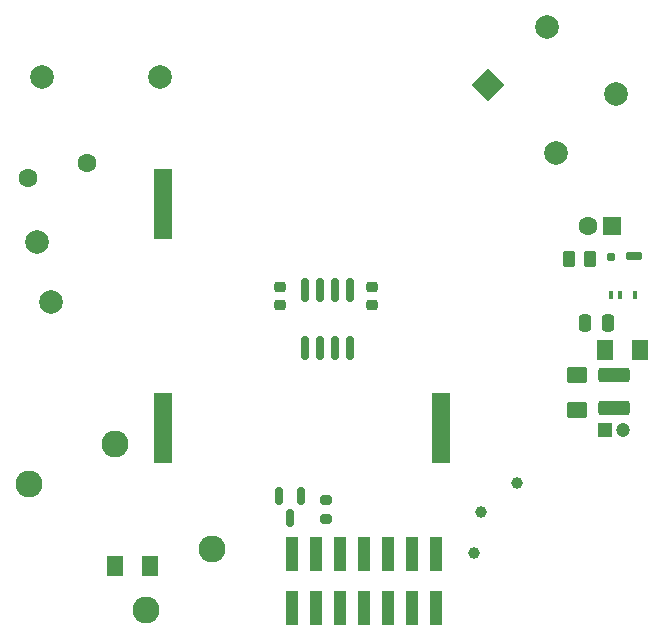
<source format=gbr>
%TF.GenerationSoftware,KiCad,Pcbnew,7.0.7*%
%TF.CreationDate,2023-11-04T15:45:33+01:00*%
%TF.ProjectId,LK-EU01_Smart_Socket_Base,4c4b2d45-5530-4315-9f53-6d6172745f53,rev?*%
%TF.SameCoordinates,Original*%
%TF.FileFunction,Soldermask,Top*%
%TF.FilePolarity,Negative*%
%FSLAX46Y46*%
G04 Gerber Fmt 4.6, Leading zero omitted, Abs format (unit mm)*
G04 Created by KiCad (PCBNEW 7.0.7) date 2023-11-04 15:45:33*
%MOMM*%
%LPD*%
G01*
G04 APERTURE LIST*
G04 Aperture macros list*
%AMRoundRect*
0 Rectangle with rounded corners*
0 $1 Rounding radius*
0 $2 $3 $4 $5 $6 $7 $8 $9 X,Y pos of 4 corners*
0 Add a 4 corners polygon primitive as box body*
4,1,4,$2,$3,$4,$5,$6,$7,$8,$9,$2,$3,0*
0 Add four circle primitives for the rounded corners*
1,1,$1+$1,$2,$3*
1,1,$1+$1,$4,$5*
1,1,$1+$1,$6,$7*
1,1,$1+$1,$8,$9*
0 Add four rect primitives between the rounded corners*
20,1,$1+$1,$2,$3,$4,$5,0*
20,1,$1+$1,$4,$5,$6,$7,0*
20,1,$1+$1,$6,$7,$8,$9,0*
20,1,$1+$1,$8,$9,$2,$3,0*%
%AMRotRect*
0 Rectangle, with rotation*
0 The origin of the aperture is its center*
0 $1 length*
0 $2 width*
0 $3 Rotation angle, in degrees counterclockwise*
0 Add horizontal line*
21,1,$1,$2,0,0,$3*%
G04 Aperture macros list end*
%ADD10R,1.500000X6.000000*%
%ADD11R,1.000000X3.000000*%
%ADD12RoundRect,0.250001X0.462499X0.624999X-0.462499X0.624999X-0.462499X-0.624999X0.462499X-0.624999X0*%
%ADD13RoundRect,0.200000X0.275000X-0.200000X0.275000X0.200000X-0.275000X0.200000X-0.275000X-0.200000X0*%
%ADD14RoundRect,0.150000X-0.150000X0.587500X-0.150000X-0.587500X0.150000X-0.587500X0.150000X0.587500X0*%
%ADD15C,1.000000*%
%ADD16RoundRect,0.250000X1.075000X-0.375000X1.075000X0.375000X-1.075000X0.375000X-1.075000X-0.375000X0*%
%ADD17RoundRect,0.225000X0.250000X-0.225000X0.250000X0.225000X-0.250000X0.225000X-0.250000X-0.225000X0*%
%ADD18RoundRect,0.162500X0.162500X-0.187500X0.162500X0.187500X-0.162500X0.187500X-0.162500X-0.187500X0*%
%ADD19RoundRect,0.175000X0.500000X-0.175000X0.500000X0.175000X-0.500000X0.175000X-0.500000X-0.175000X0*%
%ADD20RoundRect,0.100000X0.100000X-0.250000X0.100000X0.250000X-0.100000X0.250000X-0.100000X-0.250000X0*%
%ADD21RoundRect,0.150000X0.150000X-0.825000X0.150000X0.825000X-0.150000X0.825000X-0.150000X-0.825000X0*%
%ADD22RoundRect,0.250001X-0.462499X-0.624999X0.462499X-0.624999X0.462499X0.624999X-0.462499X0.624999X0*%
%ADD23RoundRect,0.250000X0.250000X0.475000X-0.250000X0.475000X-0.250000X-0.475000X0.250000X-0.475000X0*%
%ADD24RoundRect,0.250000X0.262500X0.450000X-0.262500X0.450000X-0.262500X-0.450000X0.262500X-0.450000X0*%
%ADD25RoundRect,0.250001X-0.624999X0.462499X-0.624999X-0.462499X0.624999X-0.462499X0.624999X0.462499X0*%
%ADD26C,1.600000*%
%ADD27C,2.000000*%
%ADD28RotRect,2.000000X2.000000X315.000000*%
%ADD29C,2.286000*%
%ADD30C,2.010000*%
%ADD31C,1.200000*%
%ADD32R,1.200000X1.200000*%
%ADD33R,1.600000X1.600000*%
G04 APERTURE END LIST*
D10*
%TO.C,U1*%
X118050000Y-91790000D03*
D11*
X129040000Y-125970000D03*
D10*
X118050000Y-110700000D03*
D11*
X131060000Y-125970000D03*
D10*
X141630000Y-110690000D03*
D11*
X133080000Y-125970000D03*
X135100000Y-125970000D03*
X137120000Y-125970000D03*
X139140000Y-125970000D03*
X141160000Y-125970000D03*
X141160000Y-121400000D03*
X139140000Y-121400000D03*
X137120000Y-121400000D03*
X135100000Y-121400000D03*
X133080000Y-121400000D03*
X131060000Y-121400000D03*
X129040000Y-121400000D03*
%TD*%
D12*
%TO.C,HLD1*%
X114002500Y-122440000D03*
X116977500Y-122440000D03*
%TD*%
D13*
%TO.C,RR1*%
X131850000Y-116790000D03*
X131850000Y-118440000D03*
%TD*%
D14*
%TO.C,RQ1*%
X128850000Y-118357500D03*
X127900000Y-116482500D03*
X129800000Y-116482500D03*
%TD*%
D15*
%TO.C,TP3*%
X148090000Y-115390000D03*
%TD*%
%TO.C,TP1*%
X144410000Y-121280000D03*
%TD*%
D16*
%TO.C,HLL1*%
X156260000Y-106220000D03*
X156260000Y-109020000D03*
%TD*%
D17*
%TO.C,EC1*%
X127956750Y-98775000D03*
X127956750Y-100325000D03*
%TD*%
D18*
%TO.C,U3*%
X155990000Y-96210000D03*
D19*
X157970000Y-96200000D03*
D20*
X158040000Y-99510000D03*
X156790000Y-99510000D03*
X155980000Y-99510000D03*
%TD*%
D21*
%TO.C,ACS1*%
X130096750Y-99040000D03*
X131366750Y-99040000D03*
X132636750Y-99040000D03*
X133906750Y-99040000D03*
X133906750Y-103990000D03*
X132636750Y-103990000D03*
X131366750Y-103990000D03*
X130096750Y-103990000D03*
%TD*%
D22*
%TO.C,ACPWR3*%
X158500000Y-104100000D03*
X155525000Y-104100000D03*
%TD*%
D23*
%TO.C,AC3*%
X153820000Y-101800000D03*
X155720000Y-101800000D03*
%TD*%
D15*
%TO.C,TP2*%
X145030000Y-117800000D03*
%TD*%
D24*
%TO.C,BPR1*%
X152437500Y-96400000D03*
X154262500Y-96400000D03*
%TD*%
D17*
%TO.C,EC2*%
X135786750Y-98805000D03*
X135786750Y-100355000D03*
%TD*%
D25*
%TO.C,ACPWR2*%
X153160000Y-109210000D03*
X153160000Y-106235000D03*
%TD*%
D26*
%TO.C,HLV1*%
X111680000Y-88300000D03*
X106680000Y-89600000D03*
%TD*%
D27*
%TO.C,HLL2*%
X156388393Y-82480164D03*
X151350257Y-87408698D03*
X150602138Y-76764620D03*
D28*
X145553396Y-81710832D03*
%TD*%
D27*
%TO.C,HLC2*%
X117860000Y-81030000D03*
X107860000Y-81030000D03*
%TD*%
D29*
%TO.C,U2*%
X106759581Y-115505892D03*
X114009719Y-112122328D03*
X122240946Y-120963901D03*
X116675344Y-126153908D03*
%TD*%
D30*
%TO.C,PF1*%
X108570000Y-100070000D03*
X107370000Y-94970000D03*
%TD*%
D31*
%TO.C,C1*%
X157030000Y-110900000D03*
D32*
X155530000Y-110900000D03*
%TD*%
D26*
%TO.C,C2*%
X154070000Y-93650000D03*
D33*
X156070000Y-93650000D03*
%TD*%
M02*

</source>
